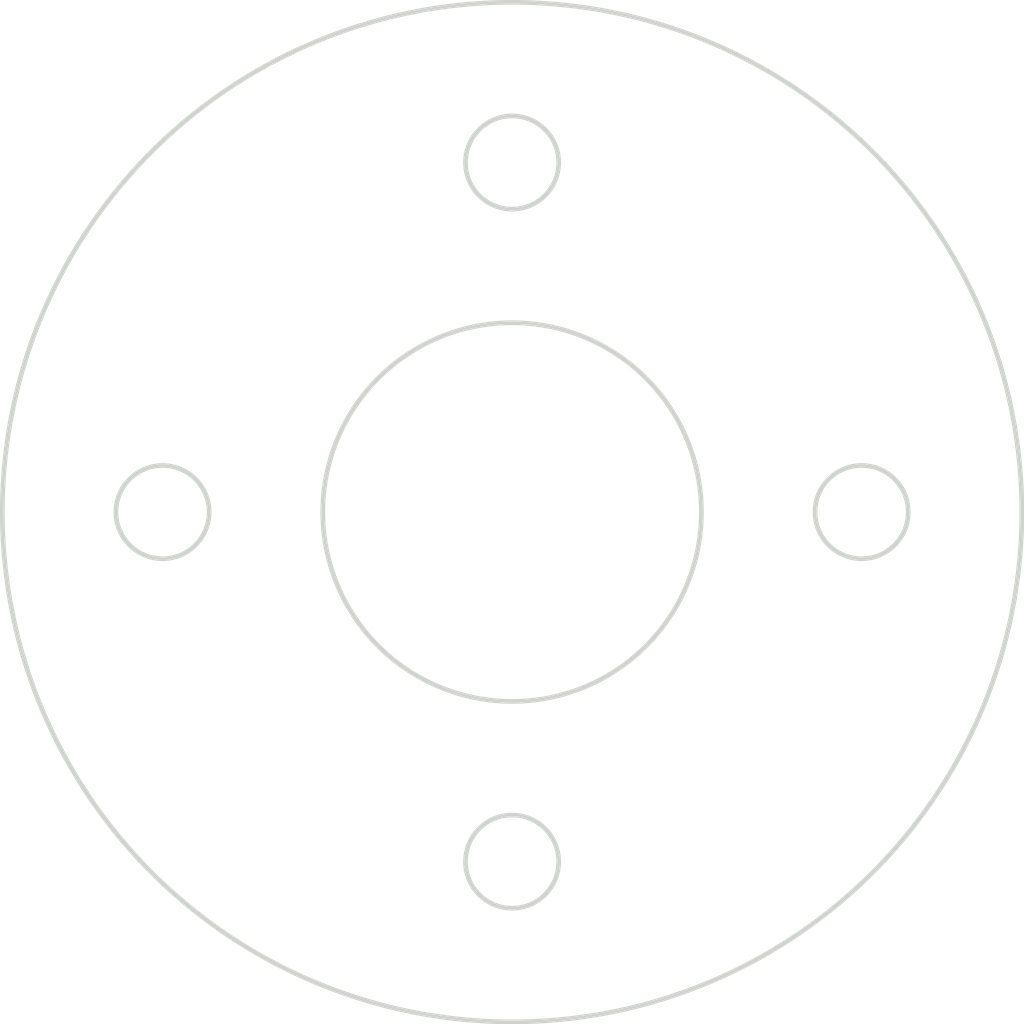
<source format=kicad_pcb>
(kicad_pcb (version 20200811) (host pcbnew "(5.99.0-2687-geae739d98)")

  (general
    (thickness 1.6)
    (drawings 0)
    (tracks 0)
    (modules 0)
    (nets 1)
  )

  (paper "A4")
  (layers
    (0 "F.Cu" signal)
    (31 "B.Cu" signal)
    (32 "B.Adhes" user)
    (33 "F.Adhes" user)
    (34 "B.Paste" user)
    (35 "F.Paste" user)
    (36 "B.SilkS" user)
    (37 "F.SilkS" user)
    (38 "B.Mask" user)
    (39 "F.Mask" user)
    (40 "Dwgs.User" user)
    (41 "Cmts.User" user)
    (42 "Eco1.User" user)
    (43 "Eco2.User" user)
    (44 "Edge.Cuts" user)
    (45 "Margin" user)
    (46 "B.CrtYd" user)
    (47 "F.CrtYd" user)
    (48 "B.Fab" user)
    (49 "F.Fab" user)
  )

  (setup
    (grid_origin 150 100)
    (pcbplotparams
      (layerselection 0x010fc_ffffffff)
      (usegerberextensions false)
      (usegerberattributes true)
      (usegerberadvancedattributes true)
      (creategerberjobfile true)
      (svguseinch false)
      (svgprecision 6)
      (excludeedgelayer true)
      (linewidth 0.100000)
      (plotframeref false)
      (viasonmask false)
      (mode 1)
      (useauxorigin false)
      (hpglpennumber 1)
      (hpglpenspeed 20)
      (hpglpendiameter 15.000000)
      (psnegative false)
      (psa4output false)
      (plotreference true)
      (plotvalue true)
      (plotinvisibletext false)
      (sketchpadsonfab false)
      (subtractmaskfromsilk false)
      (outputformat 1)
      (mirror false)
      (drillshape 1)
      (scaleselection 1)
      (outputdirectory "")
    )
  )

  (net 0 "")


  (gr_circle (center 150.000 88.000) (end 148.400 88.000) (layer Edge.Cuts) (width 0.16))
  (gr_circle (center 138.000 100.000) (end 136.400 100.000) (layer Edge.Cuts) (width 0.16))
  (gr_circle (center 150.000 100.000) (end 143.500 100.000) (layer Edge.Cuts) (width 0.16))
  (gr_circle (center 162.000 100.000) (end 160.400 100.000) (layer Edge.Cuts) (width 0.16))
  (gr_circle (center 150.000 112.000) (end 148.400 112.000) (layer Edge.Cuts) (width 0.16))
  (gr_circle (center 150.000 100.000) (end 132.500 100.000) (layer Edge.Cuts) (width 0.16))
)
 
</source>
